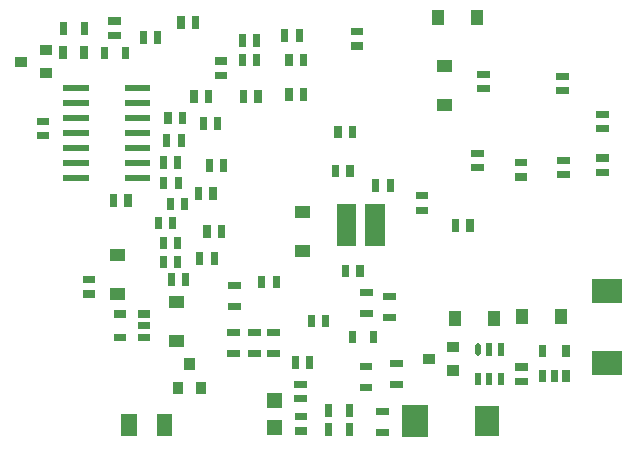
<source format=gbr>
G04 start of page 9 for group -4014 idx -4014
G04 Title: stribog.bis, bottompaste *
G04 Creator: pcb 20080202 *
G04 CreationDate: Sun Nov 29 16:50:14 2009 UTC *
G04 For: dti *
G04 Format: Gerber/RS-274X *
G04 PCB-Dimensions: 314960 157480 *
G04 PCB-Coordinate-Origin: lower left *
%MOIN*%
%FSLAX24Y24*%
%LNBACKPASTE*%
%ADD11C,0.0200*%
%ADD21R,0.0240X0.0240*%
%ADD22R,0.0340X0.0340*%
%ADD23R,0.0200X0.0200*%
%ADD24R,0.0400X0.0400*%
%ADD25R,0.0512X0.0512*%
%ADD26R,0.0879X0.0879*%
%ADD27R,0.0640X0.0640*%
%ADD28R,0.0800X0.0800*%
G54D21*X21106Y4322D02*Y4142D01*
X21806Y4322D02*Y4142D01*
X20299Y1881D02*Y1701D01*
X20999Y1881D02*Y1701D01*
G54D11*G36*
X18253Y2356D02*Y1856D01*
X18753D01*
Y2356D01*
X18253D01*
G37*
G36*
Y1456D02*Y956D01*
X18753D01*
Y1456D01*
X18253D01*
G37*
G54D24*X26761Y4971D02*Y4871D01*
X28061Y4971D02*Y4871D01*
G54D21*X22016Y1747D02*X22196D01*
X22016Y1047D02*X22196D01*
X19740Y4853D02*Y4673D01*
X20220Y4853D02*Y4673D01*
X22488Y3361D02*X22668D01*
X22488Y2661D02*X22668D01*
G54D28*X29506Y3367D02*X29706D01*
X29506Y5767D02*X29706D01*
G54D21*X11480Y14597D02*Y14417D01*
X12180Y14597D02*Y14417D01*
X12161Y13810D02*Y13630D01*
X11461Y13810D02*Y13630D01*
X20319Y1231D02*Y1051D01*
X21019Y1231D02*Y1051D01*
X26662Y3232D02*X26842D01*
X26662Y2752D02*X26842D01*
X21465Y3243D02*X21645D01*
X21465Y2543D02*X21645D01*
X17055Y3685D02*X17235D01*
X17055Y4385D02*X17235D01*
X27448Y3833D02*Y3673D01*
X28228Y3833D02*Y3673D01*
Y3013D02*Y2853D01*
X27838Y3013D02*Y2853D01*
X27448Y3013D02*Y2853D01*
X17744Y4385D02*X17924D01*
X17744Y3685D02*X17924D01*
X12839Y13790D02*Y13610D01*
X13539Y13790D02*Y13610D01*
X21484Y5004D02*X21664D01*
X21484Y5704D02*X21664D01*
X19280Y2661D02*X19460D01*
X19280Y2181D02*X19460D01*
X17095Y5940D02*X17275D01*
X17095Y5240D02*X17275D01*
X19688Y3475D02*Y3295D01*
X19208Y3475D02*Y3295D01*
G54D27*X21857Y8332D02*Y7572D01*
X20897Y8332D02*Y7572D01*
G54D23*X13613Y12523D02*X14263D01*
X13613Y12023D02*X14263D01*
X13613Y11523D02*X14263D01*
X13613Y11023D02*X14263D01*
X13613Y10523D02*X14263D01*
X13613Y10023D02*X14263D01*
X13613Y9523D02*X14263D01*
X11563D02*X12213D01*
X11563Y10023D02*X12213D01*
X11563Y10523D02*X12213D01*
X11563Y11023D02*X12213D01*
X11563Y11523D02*X12213D01*
X11563Y12023D02*X12213D01*
X11563Y12523D02*X12213D01*
G54D21*X21106Y11153D02*Y10973D01*
X20626Y11153D02*Y10973D01*
X13079Y14287D02*X13259D01*
X13079Y14767D02*X13259D01*
G54D22*X24438Y3897D02*X24498D01*
X24438Y3117D02*X24498D01*
X23618Y3507D02*X23678D01*
G54D25*X14842Y1417D02*Y1181D01*
X13661Y1417D02*Y1181D01*
G54D21*X10697Y10941D02*X10877D01*
X10697Y11421D02*X10877D01*
X19472Y13554D02*Y13374D01*
X18992Y13554D02*Y13374D01*
X14799Y6822D02*Y6642D01*
X15279Y6822D02*Y6642D01*
X13273Y4220D02*X13433D01*
X13273Y5000D02*X13433D01*
X14093D02*X14253D01*
X14093Y4610D02*X14253D01*
X14093Y4220D02*X14253D01*
X15823Y12334D02*Y12154D01*
X16303Y12334D02*Y12154D01*
X14956Y11625D02*Y11445D01*
X15436Y11625D02*Y11445D01*
X16256Y7845D02*Y7665D01*
X16736Y7845D02*Y7665D01*
X15035Y8751D02*Y8571D01*
X15515Y8751D02*Y8571D01*
X14799Y7452D02*Y7272D01*
X15279Y7452D02*Y7272D01*
X29358Y10200D02*X29538D01*
X29358Y9720D02*X29538D01*
X21169Y13933D02*X21349D01*
X21169Y14413D02*X21349D01*
X14130Y14302D02*Y14122D01*
X14610Y14302D02*Y14122D01*
X15074Y6231D02*Y6051D01*
X15554Y6231D02*Y6051D01*
X16460Y9105D02*Y8925D01*
X15980Y9105D02*Y8925D01*
X19472Y12412D02*Y12232D01*
X18992Y12412D02*Y12232D01*
X17437Y14204D02*Y14024D01*
X17917Y14204D02*Y14024D01*
X21027Y9853D02*Y9673D01*
X20547Y9853D02*Y9673D01*
G54D24*X19398Y7096D02*X19498D01*
X19398Y8396D02*X19498D01*
G54D11*X25295Y3918D02*Y3704D01*
G54D23*X25669Y3918D02*Y3704D01*
X26043Y3918D02*Y3704D01*
Y2933D02*Y2718D01*
X25669Y2933D02*Y2718D01*
X25295Y2933D02*Y2718D01*
G54D21*X25382Y12995D02*X25562D01*
X25382Y12515D02*X25562D01*
X19299Y1098D02*X19479D01*
X19299Y1578D02*X19479D01*
G54D24*X13217Y6958D02*X13317D01*
X13217Y5658D02*X13317D01*
G54D21*X26642Y10043D02*X26822D01*
X26642Y9563D02*X26822D01*
X28020Y12437D02*X28200D01*
X28020Y12917D02*X28200D01*
X19334Y14381D02*Y14201D01*
X18854Y14381D02*Y14201D01*
G54D24*X23946Y14931D02*Y14831D01*
X25246Y14931D02*Y14831D01*
X24123Y13257D02*X24223D01*
X24123Y11957D02*X24223D01*
G54D21*X18566Y6153D02*Y5973D01*
X18086Y6153D02*Y5973D01*
X16499Y6940D02*Y6760D01*
X16019Y6940D02*Y6760D01*
X16642Y12949D02*X16822D01*
X16642Y13429D02*X16822D01*
X14819Y9460D02*Y9280D01*
X15299Y9460D02*Y9280D01*
G54D22*X10855Y13799D02*X10915D01*
X10855Y13019D02*X10915D01*
X10035Y13409D02*X10095D01*
G54D21*X12232Y5665D02*X12412D01*
X12232Y6145D02*X12412D01*
G54D22*X16063Y2549D02*Y2489D01*
X15283Y2549D02*Y2489D01*
X15673Y3369D02*Y3309D01*
G54D26*X23190Y1537D02*Y1337D01*
G54D28*X25590Y1537D02*Y1337D01*
G54D21*X28059Y10121D02*X28239D01*
X28059Y9641D02*X28239D01*
X17476Y12334D02*Y12154D01*
X17956Y12334D02*Y12154D01*
X25185Y10358D02*X25365D01*
X25185Y9878D02*X25365D01*
X15869Y14814D02*Y14634D01*
X15389Y14814D02*Y14634D01*
X15279Y10129D02*Y9949D01*
X14799Y10129D02*Y9949D01*
G54D24*X15205Y4104D02*X15305D01*
X15205Y5404D02*X15305D01*
G54D21*X14917Y10877D02*Y10697D01*
X15397Y10877D02*Y10697D01*
X18394Y3685D02*X18574D01*
X18394Y4385D02*X18574D01*
X24543Y8042D02*Y7862D01*
X25023Y8042D02*Y7862D01*
X17437Y13554D02*Y13374D01*
X17917Y13554D02*Y13374D01*
X21886Y9381D02*Y9201D01*
X22366Y9381D02*Y9201D01*
X23335Y8940D02*X23515D01*
X23335Y8460D02*X23515D01*
X16618Y11448D02*Y11268D01*
X16138Y11448D02*Y11268D01*
X13145Y8869D02*Y8689D01*
X13625Y8869D02*Y8689D01*
G54D24*X25816Y4892D02*Y4792D01*
X24516Y4892D02*Y4792D01*
G54D21*X29358Y11657D02*X29538D01*
X29358Y11177D02*X29538D01*
X16334Y10030D02*Y9850D01*
X16814Y10030D02*Y9850D01*
X15121Y8121D02*Y7941D01*
X14641Y8121D02*Y7941D01*
X22252Y4886D02*X22432D01*
X22252Y5586D02*X22432D01*
X21362Y6526D02*Y6346D01*
X20882Y6526D02*Y6346D01*
M02*

</source>
